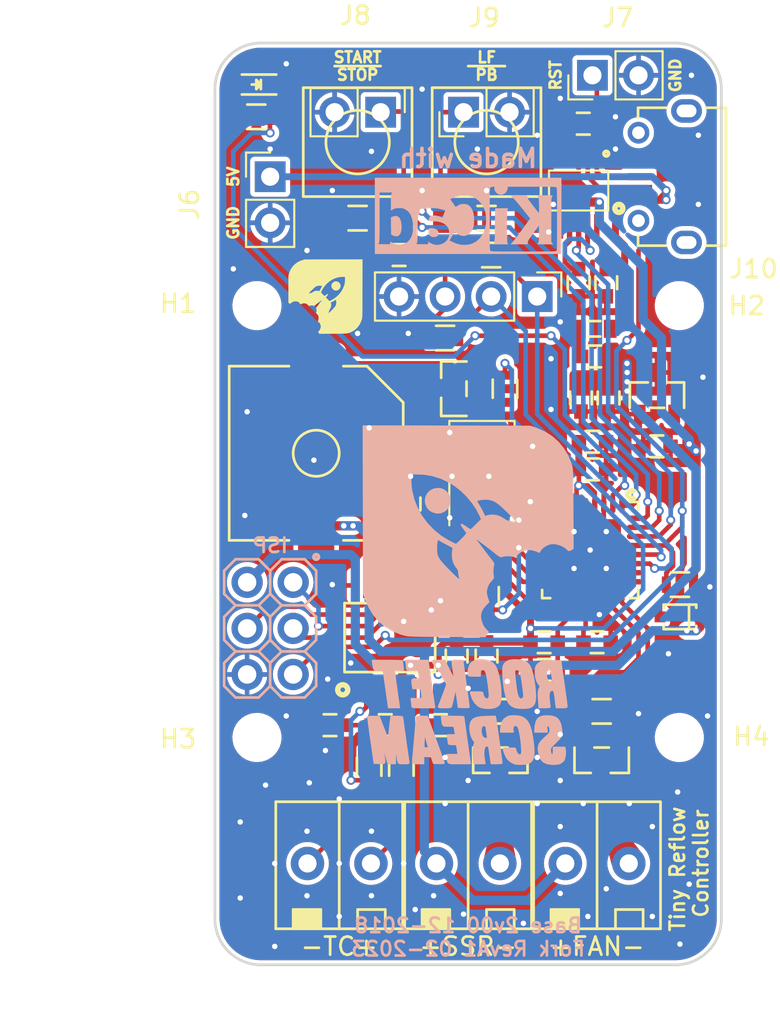
<source format=kicad_pcb>
(kicad_pcb (version 20221018) (generator pcbnew)
  (layers (0 "F.Cu" signal) (31 "B.Cu" signal) (34 "B.Paste" user) (35 "F.Paste" user) (36 "B.SilkS" user "B.Silkscreen") (37 "F.SilkS" user "F.Silkscreen") (38 "B.Mask" user) (39 "F.Mask" user) (44 "Edge.Cuts" user))
  (net 0 "")
  (net 3 "Net-(D1-Pad2)")
  (net 4 "Net-(J2-Pad2)")
  (net 5 "Net-(J3-Pad3)")
  (net 6 "Net-(LS1-Pad2)")
  (net 7 "Net-(C2-Pad1)")
  (net 8 "Net-(C1-Pad1)")
  (net 9 "Net-(Q2-Pad1)")
  (net 10 "Net-(Q1-Pad1)")
  (net 11 "Net-(C7-Pad1)")
  (net 12 "GND")
  (net 13 "/TC-")
  (net 14 "3V3")
  (net 15 "/D12")
  (net 16 "/RST")
  (net 17 "/TC+")
  (net 18 "VUSB")
  (net 19 "/D2")
  (net 20 "/D13")
  (net 21 "/D3")
  (net 22 "/D4")
  (net 23 "/D5")
  (net 24 "/D6")
  (net 25 "/D9")
  (net 26 "/D10")
  (net 27 "/D11")
  (net 28 "/D0")
  (net 29 "/D1")
  (net 30 "5V0")
  (net 31 "Net-(J3-Pad2)")
  (net 37 "Net-(C14-Pad1)")
  (net 40 "Net-(F1-Pad2)")
  (net 41 "Net-(C15-Pad1)")
  (net 42 "Net-(C16-Pad1)")
  (net 43 "/D7")
  (net 44 "/D8")
  (net 45 "Net-(C17-Pad1)")
  (net 46 "/A6")
  (net 47 "AREF")
  (net 48 "/A7")
  (net 49 "/A0")
  (net 50 "/A1")
  (net 51 "/A2")
  (net 52 "/A3")
  (net 53 "/SDA")
  (net 54 "/SCL")
  (net 55 "Net-(J5-Pad2)")
  (net 56 "Net-(Q3-Pad1)")
  (footprint "RocketScreamKiCadLib:TSSOP-14" (layer "F.Cu") (at 159.652 81.966 90)
    (fp_text reference "U3" hide)
    (fp_text value "MAX31856")
  )
  (footprint "RocketScreamKiCadLib:TB-1776275-2" (layer "F.Cu") (at 163.97 94.412 180)
    (fp_text reference "J2" hide)
    (fp_text value "TERMINAL-BLOCK-1x2")
  )
  (footprint "RocketScreamKiCadLib:TB-1776275-2" (layer "F.Cu") (at 156.858 94.412 180)
    (fp_text reference "J1" hide)
    (fp_text value "TERMINAL-BLOCK-1x2")
  )
  (footprint "RocketScreamKiCadLib:SOT-23" (layer "F.Cu") (at 165.748 88.824 180)
    (fp_text reference "Q2" hide)
    (fp_text value "2N3904")
  )
  (footprint "RocketScreamKiCadLib:SOT-23" (layer "F.Cu") (at 163.081 68.25 90)
    (fp_text reference "Q1" hide)
    (fp_text value "2N3904")
  )
  (footprint "RocketScreamKiCadLib:R_0603" (layer "F.Cu") (at 158.509 89.078 90)
    (fp_text reference "R2" hide)
    (fp_text value "100R")
  )
  (footprint "RocketScreamKiCadLib:R_0603" (layer "F.Cu") (at 164.986 79.68 -90)
    (fp_text reference "R10" hide)
    (fp_text value "10K")
  )
  (footprint "RocketScreamKiCadLib:R_0603" (layer "F.Cu") (at 175.654 79.045)
    (fp_text reference "R9" hide)
    (fp_text value "10K")
  )
  (footprint "RocketScreamKiCadLib:R_0603" (layer "F.Cu") (at 165.748 86.03)
    (fp_text reference "R8" hide)
    (fp_text value "53K6")
  )
  (footprint "RocketScreamKiCadLib:R_0603" (layer "F.Cu") (at 166.002 68.25 -90)
    (fp_text reference "R7" hide)
    (fp_text value "27K")
  )
  (footprint "RocketScreamKiCadLib:R_0603" (layer "F.Cu") (at 160.287 89.078 90)
    (fp_text reference "R3" hide)
    (fp_text value "100R")
  )
  (footprint "RocketScreamKiCadLib:R_0603" (layer "F.Cu") (at 157.874 58.852)
    (fp_text reference "R4" hide)
    (fp_text value "10K")
  )
  (footprint "RocketScreamKiCadLib:R_0603" (layer "F.Cu") (at 164.986 58.852 180)
    (fp_text reference "R5" hide)
    (fp_text value "10K")
  )
  (footprint "RocketScreamKiCadLib:MICRO-USB" (layer "F.Cu") (at 174.892 56.566 90)
    (fp_text reference "J3" hide)
    (fp_text value "MICRO-USB")
  )
  (footprint "RocketScreamKiCadLib:LOGO-ROCKET-SCREAM_Without_Text_XXXSmall" (layer "F.Cu") (at 156.096 63.17)
    (fp_text reference "LOGO1" hide)
    (fp_text value "LOGO-ROCKET-SCREAM" hide)
  )
  (footprint "RocketScreamKiCadLib:I_0603" (layer "F.Cu") (at 170.955 66.472)
    (fp_text reference "L1" hide)
    (fp_text value "BLM18KG221SN1D")
  )
  (footprint "RocketScreamKiCadLib:IT-1102W" (layer "F.Cu") (at 164.986 54.661 90)
    (fp_text reference "SW2" hide)
    (fp_text value "IT-1109S")
  )
  (footprint "RocketScreamKiCadLib:IT-1102W" (layer "F.Cu") (at 157.874 54.661 90)
    (fp_text reference "SW1" hide)
    (fp_text value "IT-1109S")
  )
  (footprint "RocketScreamKiCadLib:HYG9605B" (layer "F.Cu") (at 155.588 71.806 180)
    (fp_text reference "LS1" hide)
    (fp_text value "HYG9605B")
  )
  (footprint "RocketScreamKiCadLib:C_0603" (layer "F.Cu") (at 162.446 86.792)
    (fp_text reference "C2" hide)
    (fp_text value "10nF")
  )
  (footprint "RocketScreamKiCadLib:C_0603" (layer "F.Cu") (at 163.335 82.982 -90)
    (fp_text reference "C9" hide)
    (fp_text value "100nF")
  )
  (footprint "RocketScreamKiCadLib:C_0603" (layer "F.Cu") (at 163.335 79.68 -90)
    (fp_text reference "C8" hide)
    (fp_text value "100nF")
  )
  (footprint "RocketScreamKiCadLib:C_0603" (layer "F.Cu") (at 170.32 53.645)
    (fp_text reference "C7" hide)
    (fp_text value "100nF")
  )
  (footprint "RocketScreamKiCadLib:C_0603" (layer "F.Cu") (at 170.828 71.171)
    (fp_text reference "C6" hide)
    (fp_text value "100nF")
  )
  (footprint "RocketScreamKiCadLib:C_0603" (layer "F.Cu") (at 174.384 71.425 180)
    (fp_text reference "C5" hide)
    (fp_text value "10uF 16V X5R")
  )
  (footprint "RocketScreamKiCadLib:C_0603" (layer "F.Cu") (at 170.193 68.758 -90)
    (fp_text reference "C4" hide)
    (fp_text value "100nF")
  )
  (footprint "RocketScreamKiCadLib:C_0603" (layer "F.Cu") (at 159.398 86.792)
    (fp_text reference "C3" hide)
    (fp_text value "100nF")
  )
  (footprint "RocketScreamKiCadLib:C_0603" (layer "F.Cu") (at 156.35 86.792 180)
    (fp_text reference "C1" hide)
    (fp_text value "10nF")
  )
  (footprint "RocketScreamKiCadLib:SOD-323" (layer "F.Cu") (at 175.654 80.823 180)
    (fp_text reference "D3" hide)
    (fp_text value "1N4148WS")
  )
  (footprint "RocketScreamKiCadLib:R_0603" (layer "F.Cu") (at 165.24 60.884)
    (fp_text reference "R11" hide)
    (fp_text value "2K2")
  )
  (footprint "RocketScreamKiCadLib:R_0603" (layer "F.Cu") (at 162.7 65.456)
    (fp_text reference "R1" hide)
    (fp_text value "2K2")
  )
  (footprint "RocketScreamKiCadLib:QFN-32_5x5mm_Pitch0.5mm" (layer "F.Cu") (at 170.701 77.14 -90)
    (fp_text reference "U1" hide)
    (fp_text value "ATMEGA328P-MU")
  )
  (footprint "RocketScreamKiCadLib:MSOP-10" (layer "F.Cu") (at 170.066 57.328 180)
    (fp_text reference "U4" hide)
    (fp_text value "CH340E")
  )
  (footprint "RocketScreamKiCadLib:C_0603" (layer "F.Cu") (at 171.717 68.758 -90)
    (fp_text reference "C12" hide)
    (fp_text value "10uF 16V X5R")
  )
  (footprint "RocketScreamKiCadLib:C_0603" (layer "F.Cu") (at 170.066 62.408 -90)
    (fp_text reference "C13" hide)
    (fp_text value "100nF")
  )
  (footprint "RocketScreamKiCadLib:C_0603" (layer "F.Cu") (at 171.59 62.408 -90)
    (fp_text reference "C14" hide)
    (fp_text value "100nF")
  )
  (footprint "RocketScreamKiCadLib:MF-FSMF" (layer "F.Cu") (at 170.955 64.948 180)
    (fp_text reference "F1" hide)
    (fp_text value "FUSE")
  )
  (footprint "RocketScreamKiCadLib:I_0603" (layer "F.Cu") (at 168.161 82.22 180)
    (fp_text reference "L2" hide)
    (fp_text value "LBMF1608T100K")
  )
  (footprint "RocketScreamKiCadLib:C_0603" (layer "F.Cu") (at 171.082 82.22)
    (fp_text reference "C18" hide)
    (fp_text value "100nF")
  )
  (footprint "RocketScreamKiCadLib:C_0603" (layer "F.Cu") (at 168.161 83.744 180)
    (fp_text reference "C17" hide)
    (fp_text value "100nF")
  )
  (footprint "RocketScreamKiCadLib:C_0603" (layer "F.Cu") (at 161.938 74.6 -90)
    (fp_text reference "C16" hide)
    (fp_text value "10pF")
  )
  (footprint "RocketScreamKiCadLib:C_0603" (layer "F.Cu") (at 161.938 71.425 90)
    (fp_text reference "C15" hide)
    (fp_text value "10pF")
  )
  (footprint "RocketScreamKiCadLib:C_0603" (layer "F.Cu") (at 170.828 72.695)
    (fp_text reference "C11" hide)
    (fp_text value "100nF")
  )
  (footprint "RocketScreamKiCadLib:C_0603" (layer "F.Cu") (at 164.986 82.982 90)
    (fp_text reference "C10" hide)
    (fp_text value "10uF 16V X5R")
  )
  (footprint "RocketScreamKiCadLib:TB-1776275-2" (layer "F.Cu") (at 171.082 94.412 180)
    (fp_text reference "J5" hide)
    (fp_text value "TERMINAL-BLOCK-1x2")
  )
  (footprint "RocketScreamKiCadLib:SOT-23" (layer "F.Cu") (at 171.336 88.824 180)
    (fp_text reference "Q3" hide)
    (fp_text value "2N3904")
  )
  (footprint "RocketScreamKiCadLib:R_0603" (layer "F.Cu") (at 171.336 86.03)
    (fp_text reference "R12" hide)
    (fp_text value "53K6")
  )
  (footprint "RocketScreamKiCadLib:LED_0603" (layer "F.Cu") (at 152.286 51.486 180)
    (fp_text reference "D1" hide)
    (fp_text value "Red")
  )
  (footprint "RocketScreamKiCadLib:R_0603" (layer "F.Cu") (at 152.286 53.264)
    (fp_text reference "R6" hide)
    (fp_text value "2K2")
  )
  (footprint "RocketScreamKiCadLib:C_0603" (layer "F.Cu") (at 160.16 60.884 180)
    (fp_text reference "C19" hide)
    (fp_text value "100nF")
  )
  (footprint "RocketScreamKiCadLib:SOT-23" (layer "F.Cu") (at 174.384 68.504)
    (fp_text reference "U2" hide)
    (fp_text value "MCP1700T-3302E-TT")
  )
  (footprint "Connector_PinHeader_2.54mm:PinHeader_1x02_P2.54mm_Vertical" (layer "F.Cu") (at 163.716 53.01 90)
    (fp_text reference "J9")
    (fp_text value "1x2")
  )
  (footprint "Connector_PinHeader_2.54mm:PinHeader_1x02_P2.54mm_Vertical" (layer "F.Cu") (at 170.828 50.978 90)
    (fp_text reference "J7")
    (fp_text value "1x2")
  )
  (footprint "Connector_PinHeader_2.54mm:PinHeader_1x02_P2.54mm_Vertical" (layer "F.Cu") (at 159.144 53.01 -90)
    (fp_text reference "J8")
    (fp_text value "1x2")
  )
  (footprint "Crystal:Crystal_SMD_5032-2Pin_5.0x3.2mm" (layer "F.Cu") (at 164.732 73.076 -90)
    (fp_text reference "Y1")
    (fp_text value "NX3225GD")
  )
  (footprint "MountingHole:MountingHole_2.2mm_M2" (layer "F.Cu") (at 152.32 63.67)
    (fp_text reference "H1")
    (fp_text value "M2")
  )
  (footprint "MountingHole:MountingHole_2.2mm_M2" (layer "F.Cu") (at 175.62 63.67)
    (fp_text reference "H2")
    (fp_text value "M2")
  )
  (footprint "Connector_PinHeader_2.54mm:PinHeader_1x02_P2.54mm_Vertical" (layer "F.Cu") (at 153.048 56.566)
    (fp_text reference "J6")
    (fp_text value "1x2")
  )
  (footprint "Connector_PinHeader_2.54mm:PinHeader_1x04_P2.54mm_Vertical" (layer "F.Cu") (at 167.78 63.17 -90)
    (fp_text reference "J10")
    (fp_text value "Conn_01x04")
  )
  (footprint "MountingHole:MountingHole_2.2mm_M2" (layer "F.Cu") (at 175.62 87.47)
    (fp_text reference "H4")
    (fp_text value "M2")
  )
  (footprint "MountingHole:MountingHole_2.2mm_M2" (layer "F.Cu") (at 152.32 87.47)
    (fp_text reference "H3")
    (fp_text value "M2")
  )
  (footprint "RocketScreamKiCadLib:HDR_2x3_Pitch2.54mm" (layer "B.Cu") (at 153.048 81.458 -90)
    (fp_text reference "J4" hide)
    (fp_text value "2.54mm 2x3")
  )
  (footprint "RocketScreamKiCadLib:LOGO-KICAD_XSmall" (layer "B.Cu") (at 163.97 58.725 180)
    (fp_text reference "LOGO2" hide)
    (fp_text value "LOGO-KICAD" hide)
  )
  (footprint "RocketScreamKiCadLib:LOGO-ROCKET-SCREAM_Vertical_Small" (layer "B.Cu") (at 163.97 79.934 180)
    (fp_text reference "LOGO3" hide)
    (fp_text value "LOGO-ROCKET-SCREAM" hide)
  )
  (gr_circle (center 155.588 77.521) (end 155.461 77.521) (stroke (width 0.2)) (fill none) (layer "B.SilkS"))
  (gr_line (start 163.97 50.47) (end 166.002 50.47) (stroke (width 0.15)) (layer "F.SilkS"))
  (gr_line (start 156.604 50.47) (end 159.144 50.47) (stroke (width 0.15)) (layer "F.SilkS"))
  (gr_line (start 177.94 51.74) (end 177.94 97.46) (stroke (width 0.15)) (layer "Edge.Cuts"))
  (gr_arc (start 177.94 97.46) (mid 177.196051 99.256051) (end 175.4 100) (stroke (width 0.15)) (layer "Edge.Cuts"))
  (gr_arc (start 150 51.74) (mid 150.743949 49.943949) (end 152.54 49.2) (stroke (width 0.15)) (layer "Edge.Cuts"))
  (gr_line (start 152.54 49.2) (end 175.4 49.2) (stroke (width 0.15)) (layer "Edge.Cuts"))
  (gr_arc (start 175.4 49.2) (mid 177.196051 49.943949) (end 177.94 51.74) (stroke (width 0.15)) (layer "Edge.Cuts"))
  (gr_line (start 150 51.74) (end 150 97.46) (stroke (width 0.15)) (layer "Edge.Cuts"))
  (gr_arc (start 152.54 100) (mid 150.743949 99.256051) (end 150 97.46) (stroke (width 0.15)) (layer "Edge.Cuts"))
  (gr_line (start 152.54 100) (end 175.4 100) (stroke (width 0.15)) (layer "Edge.Cuts"))
  (gr_text "ISP" (at 153.048 76.886) (layer "B.SilkS") (effects (font (size 0.8 0.8)) (justify mirror)))
  (gr_text "Base 2v00 12-2018\nFork RevA1 02-2023" (at 163.97 98.476) (layer "B.SilkS") (effects (font (size 0.8 0.8)) (justify mirror)))
  (gr_text "Made with" (at 163.97 55.55) (layer "B.SilkS") (effects (font (size 1 1) (thickness 0.2)) (justify mirror)))
  (gr_text "-TC+" (at 156.858 98.984) (layer "F.SilkS") (effects (font (size 1 1))))
  (gr_text "START\nSTOP" (at 157.874 50.47) (layer "F.SilkS") (effects (font (size 0.6 0.6))))
  (gr_text "LF\nPB" (at 164.986 50.47) (layer "F.SilkS") (effects (font (size 0.6 0.6))))
  (gr_text "+SSR-" (at 163.97 98.984) (layer "F.SilkS") (effects (font (size 1 1))))
  (gr_text "Tiny Reflow \nController" (at 176.162 94.412 90) (layer "F.SilkS") (effects (font (size 0.8 0.8))))
  (gr_text "+FAN-" (at 171.082 98.984) (layer "F.SilkS") (effects (font (size 1 1))))
  (gr_text "GND" (at 151.016 59.106 90) (layer "F.SilkS") (effects (font (size 0.6 0.6))))
  (gr_text "5V" (at 151.016 56.566 90) (layer "F.SilkS") (effects (font (size 0.6 0.6))))
  (gr_text "RST" (at 168.796 50.978 90) (layer "F.SilkS") (effects (font (size 0.6 0.6))))
  (gr_text "GND" (at 175.4 50.978 90) (layer "F.SilkS") (effects (font (size 0.6 0.6))))
  (segment (start 151.5367 51.486) (end 151.5367 53.2633) (width 0.254) (layer "F.Cu") (net 3))
  (segment (start 151.5367 53.2633) (end 151.536 53.264) (width 0.254) (layer "F.Cu") (net 3))
  (segment (start 173.442 56.566) (end 171.336 56.566) (width 0.254) (layer "F.Cu") (net 5))
  (segment (start 171.066 56.296) (end 171.336 56.566) (width 0.254) (layer "F.Cu") (net 5))
  (segment (start 171.336 56.566) (end 171.097001 56.327001) (width 0.254) (layer "F.Cu") (net 5))
  (segment (start 171.066 55.353) (end 171.066 56.296) (width 0.254) (layer "F.Cu") (net 5))
  (segment (start 160.148 86.792) (end 160.148 88.189) (width 0.254) (layer "F.Cu") (net 7))
  (segment (start 159.652 84.841) (end 159.652 85.776) (width 0.254) (layer "F.Cu") (net 7))
  (segment (start 160.148 86.272) (end 160.148 86.792) (width 0.254) (layer "F.Cu") (net 7))
  (segment (start 160.148 88.189) (end 160.287 88.328) (width 0.254) (layer "F.Cu") (net 7))
  (segment (start 159.652 85.776) (end 160.148 86.272) (width 0.254) (layer "F.Cu") (net 7))
  (segment (start 160.148 86.792) (end 161.696 86.792) (width 0.254) (layer "F.Cu") (net 7))
  (segment (start 158.648 86.792) (end 158.648 88.189) (width 0.254) (layer "F.Cu") (net 8))
  (segment (start 159.002 85.918) (end 158.648 86.272) (width 0.254) (layer "F.Cu") (net 8))
  (segment (start 158.648 86.272) (end 158.648 86.792) (width 0.254) (layer "F.Cu") (net 8))
  (segment (start 157.1 86.792) (end 158.648 86.792) (width 0.254) (layer "F.Cu") (net 8))
  (segment (start 159.002 84.841) (end 159.002 85.918) (width 0.254) (layer "F.Cu") (net 8))
  (segment (start 158.648 88.189) (end 158.509 88.328) (width 0.254) (layer "F.Cu") (net 8))
  (segment (start 166.698 86.853) (end 166.698 87.674) (width 0.254) (layer "F.Cu") (net 9))
  (segment (start 166.498 86.03) (end 166.498 86.653) (width 0.254) (layer "F.Cu") (net 9))
  (segment (start 166.498 86.653) (end 166.698 86.853) (width 0.254) (layer "F.Cu") (net 9))
  (segment (start 164.231 69.2) (end 165.052 69.2) (width 0.254) (layer "F.Cu") (net 10))
  (segment (start 165.052 69.2) (end 165.252 69) (width 0.254) (layer "F.Cu") (net 10))
  (segment (start 165.252 69) (end 166.002 69) (width 0.254) (layer "F.Cu") (net 10))
  (segment (start 169.57 53.772) (end 169.57 55.349) (width 0.254) (layer "F.Cu") (net 11))
  (segment (start 169.57 55.349) (end 169.566 55.353) (width 0.254) (layer "F.Cu") (net 11))
  (segment (start 169.424 87.674) (end 169.05 87.3) (width 0.254) (layer "F.Cu") (net 12))
  (segment (start 171.451 74.689999) (end 171.451 76.39) (width 0.254) (layer "F.Cu") (net 12))
  (segment (start 171.578 73.469) (end 171.578 72.568) (width 0.254) (layer "F.Cu") (net 12))
  (segment (start 171.451 76.39) (end 170.701 77.14) (width 0.254) (layer "F.Cu") (net 12))
  (segment (start 170.386 87.674) (end 169.424 87.674) (width 0.254) (layer "F.Cu") (net 12))
  (segment (start 170.701 77.14) (end 170.701 77.013) (width 0.254) (layer "F.Cu") (net 12))
  (segment (start 170.701 77.013) (end 171.59 76.124) (width 0.254) (layer "F.Cu") (net 12))
  (segment (start 170.951 79.59) (end 170.951 80.438) (width 0.254) (layer "F.Cu") (net 12))
  (segment (start 171.451 73.596) (end 171.578 73.469) (width 0.254) (layer "F.Cu") (net 12))
  (segment (start 170.066 55.353) (end 170.066 56.439) (width 0.254) (layer "F.Cu") (net 12))
  (segment (start 170.451 74.69) (end 170.451 76.89) (width 0.254) (layer "F.Cu") (net 12))
  (segment (start 171.451 74.689999) (end 171.451 73.596) (width 0.254) (layer "F.Cu") (net 12))
  (segment (start 170.951 77.39) (end 170.701 77.14) (width 0.254) (layer "F.Cu") (net 12))
  (segment (start 170.951 79.59) (end 170.951 77.39) (width 0.254) (layer "F.Cu") (net 12))
  (segment (start 170.951 80.438) (end 171.209 80.696) (width 0.254) (layer "F.Cu") (net 12))
  (via (at 169.812 78.156) (size 0.5) (drill 0.3) (layers "F.Cu" "B.Cu") (net 12))
  (via (at 169.812 76.124) (size 0.5) (drill 0.3) (layers "F.Cu" "B.Cu") (net 12))
  (via (at 171.59 76.124) (size 0.5) (drill 0.3) (layers "F.Cu" "B.Cu") (net 12))
  (via (at 171.59 78.156) (size 0.5) (drill 0.3) (layers "F.Cu" "B.Cu") (net 12))
  (via (at 163.081 73.076) (size 0.5) (drill 0.3) (layers "F.Cu" "B.Cu") (net 12))
  (via (at 160.414 81.077) (size 0.5) (drill 0.3) (layers "F.Cu" "B.Cu") (net 12))
  (via (at 169.05 89.84) (size 0.5) (drill 0.3) (layers "F.Cu" "B.Cu") (net 12))
  (via (at 160.414 94.412) (size 0.5) (drill 0.3) (layers "F.Cu" "B.Cu") (net 12))
  (via (at 153.937 50.343) (size 0.5) (drill 0.3) (layers "F.Cu" "B.Cu") (net 12))
  (via (at 155.08 60.63) (size 0.5) (drill 0.3) (layers "F.Cu" "B.Cu") (net 12))
  (via (at 175.654 98.857) (size 0.5) (drill 0.3) (layers "F.Cu" "B.Cu") (net 12))
  (via (at 162.954 75.362) (size 0.5) (drill 0.3) (layers "F.Cu" "B.Cu") (net 12))
  (via (at 156.858 94.412) (size 0.5) (drill 0.3) (layers "F.Cu" "B.Cu") (net 12))
  (via (at 172.098 55.042) (size 0.5) (drill 0.3) (layers "F.Cu" "B.Cu") (net 12))
  (via (at 171.59 95.809) (size 0.5) (drill 0.3) (layers "F.Cu" "B.Cu") (net 12))
  (via (at 162.7 88.57) (size 0.5) (drill 0.3) (layers "F.Cu" "B.Cu") (net 12))
  (via (at 176.924 67.615) (size 0.5) (drill 0.3) (layers "F.Cu" "B.Cu") (net 12))
  (via (at 157.493 83.363) (size 0.5) (drill 0.3) (layers "F.Cu" "B.Cu") (net 12))
  (via (at 176.162 95.555) (size 0.5) (drill 0.3) (layers "F.Cu" "B.Cu") (net 12))
  (via (at 156.858 97.333) (size 0.5) (drill 0.3) (layers "F.Cu" "B.Cu") (net 12))
  (via (at 177.178 86.284) (size 0.5) (drill 0.3) (layers "F.Cu" "B.Cu") (net 12))
  (via (at 173.368 86.157) (size 0.5) (drill 0.3) (layers "F.Cu" "B.Cu") (net 12))
  (via (at 165.113 73.076) (size 0.5) (drill 0.3) (layers "F.Cu" "B.Cu") (net 12))
  (via (at 167.78 86.03) (size 0.5) (drill 0.3) (layers "F.Cu" "B.Cu") (net 12))
  (via (at 169.05 96.063) (size 0.5) (drill 0.3) (layers "F.Cu" "B.Cu") (net 12))
  (via (at 157.874 65.202) (size 0.5) (drill 0.3) (layers "F.Cu" "B.Cu") (net 12))
  (via (at 164.986 57.328) (size 0.5) (drill 0.3) (layers "F.Cu" "B.Cu") (net 12))
  (via (at 167.526 71.425) (size 0.5) (drill 0.3) (layers "F.Cu" "B.Cu") (net 12))
  (via (at 169.05 52.248) (size 0.5) (drill 0.3) (layers "F.Cu" "B.Cu") (net 12))
  (via (at 151.651 75.235) (size 0.5) (drill 0.3) (layers "F.Cu" "B.Cu") (net 12))
  (via (at 175.019 82.855) (size 0.5) (drill 0.3) (layers "F.Cu" "B.Cu") (net 12))
  (via (at 162.7 91.11) (size 0.5) (drill 0.3) (layers "F.Cu" "B.Cu") (net 12))
  (via (at 153.302 98.984) (size 0.5) (drill 0.3) (layers "F.Cu" "B.Cu") (net 12))
  (via (at 158.636 55.169) (size 0.5) (drill 0.3) (layers "F.Cu" "B.Cu") (net 12))
  (via (at 163.97 89.84) (size 0.5) (drill 0.3) (layers "F.Cu" "B.Cu") (net 12))
  (via (at 168.542 69.393) (size 0.5) (drill 0.3) (layers "F.Cu" "B.Cu") (net 12))
  (via (at 160.795 73.076) (size 0.5) (drill 0.3) (layers "F.Cu" "B.Cu") (net 12))
  (via (at 171.209 80.696) (size 0.5) (drill 0.3) (layers "F.Cu" "B.Cu") (net 12))
  (via (at 155.207 89.967) (size 0.5) (drill 0.3) (layers "F.Cu" "B.Cu") (net 12))
  (via (at 156.223 84.252) (size 0.5) (drill 0.3) (layers "F.Cu" "B.Cu") (net 12))
  (via (at 167.399 74.473) (size 0.5) (drill 0.3) (layers "F.Cu" "B.Cu") (net 12))
  (via (at 162.954 70.663) (size 0.5) (drill 0.3) (layers "F.Cu" "B.Cu") (net 12))
  (via (at 169.05 87.3) (size 0.5) (drill 0.3) (layers "F.Cu" "B.Cu") (net 12))
  (via (at 153.048 55.042) (size 0.5) (drill 0.3) (layers "F.Cu" "B.Cu") (net 12))
  (via (at 169.05 64.567) (size 0.5) (drill 0.3) (layers "F.Cu" "B.Cu") (net 12))
  (via (at 161.43 51.74) (size 0.5) (drill 0.3) (layers "F.Cu" "B.Cu") (net 12))
  (via (at 168.415 59.614) (size 0.5) (drill 0.3) (layers "F.Cu" "B.Cu") (net 12))
  (via (at 163.97 84.76) (size 0.5) (drill 0.3) (layers "F.Cu" "B.Cu") (net 12))
  (via (at 175.527 90.475) (size 0.5) (drill 0.3) (layers "F.Cu" "B.Cu") (net 12))
  (via (at 155.08 92.634) (size 0.5) (drill 0.3) (layers "F.Cu" "B.Cu") (net 12))
  (via (at 153.937 86.284) (size 0.5) (drill 0.3) (layers "F.Cu" "B.Cu") (net 12))
  (via (at 162.446 79.934) (size 0.5) (drill 0.3) (layers "F.Cu" "B.Cu") (net 12))
  (via (at 151.397 92.126) (size 0.5) (drill 0.3) (layers "F.Cu" "B.Cu") (net 12))
  (via (at 167.78 54.28) (size 0.5) (drill 0.3) (layers "F.Cu" "B.Cu") (net 12))
  (via (at 170.701 77.14) (size 0.5) (drill 0.3) (layers "F.Cu" "B.Cu") (net 12))
  (via (at 156.477 79.045) (size 0.5) (drill 0.3) (layers "F.Cu" "B.Cu") (net 12))
  (via (at 156.096 88.189) (size 0.5) (drill 0.3) (layers "F.Cu" "B.Cu") (net 12))
  (via (at 174.13 92.38) (size 0.5) (drill 0.3) (layers "F.Cu" "B.Cu") (net 12))
  (via (at 151.778 69.52) (size 0.5) (drill 0.3) (layers "F.Cu" "B.Cu") (net 12))
  (via (at 162.065 96.19) (size 0.5) (drill 0.3) (layers "F.Cu" "B.Cu") (net 12))
  (via (at 172.86 91.11) (size 0.5) (drill 0.3) (layers "F.Cu" "B.Cu") (net 12))
  (via (at 158.636 96.19) (size 0.5) (drill 0.3) (layers "F.Cu" "B.Cu") (net 12))
  (via (at 163.716 97.206) (size 0.5) (drill 0.3) (layers "F.Cu" "B.Cu") (net 12))
  (via (at 153.302 94.412) (size 0.5) (drill 0.3) (layers "F.Cu" "B.Cu") (net 12))
  (via (at 174.13 97.333) (size 0.5) (drill 0.3) (layers "F.Cu" "B.Cu") (net 12))
  (via (at 172.098 53.264) (size 0.5) (drill 0.3) (layers "F.Cu" "B.Cu") (net 12))
  (via (at 170.32 91.11) (size 0.5) (drill 0.3) (layers "F.Cu" "B.Cu") (net 12))
  (via (at 170.574 97.333) (size 0.5) (drill 0.3) (layers "F.Cu" "B.Cu") (net 12))
  (via (at 161.43 57.328) (size 0.5) (drill 0.3) (layers "F.Cu" "B.Cu") (net 12))
  (via (at 167.018 97.714) (size 0.5) (drill 0.3) (layers "F.Cu" "B.Cu") (net 12))
  (via (at 176.67 58.09) (size 0.5) (drill 0.3) (layers "F.Cu" "B.Cu") (net 12))
  (via (at 161.938 80.442) (size 0.5) (drill 0.3) (layers "F.Cu" "B.Cu") (net 12))
  (via (at 160.668 65.202) (size 0.5) (drill 0.3) (layers "F.Cu" "B.Cu") (net 12))
  (via (at 176.289 50.978) (size 0.5) (drill 0.3) (layers "F.Cu" "B.Cu") (net 12))
  (via (at 151.397 96.317) (size 0.5) (drill 0.3) (layers "F.Cu" "B.Cu") (net 12))
  (via (at 155.461 72.187) (size 0.5) (drill 0.3) (layers "F.Cu" "B.Cu") (net 12))
  (via (at 156.858 90.856) (size 0.5) (drill 0.3) (layers "F.Cu" "B.Cu") (net 12))
  (via (at 151.016 61.646) (size 0.5) (drill 0.3) (layers "F.Cu" "B.Cu") (net 12))
  (via (at 156.477 57.328) (size 0.5) (drill 0.3) (layers "F.Cu" "B.Cu") (net 12))
  (via (at 176.67 54.28) (size 0.5) (drill 0.3) (layers "F.Cu" "B.Cu") (net 12))
  (via (at 161.049 96.952) (size 0.5) (drill 0.3) (layers "F.Cu" "B.Cu") (net 12))
  (via (at 152.794 90.094) (size 0.5) (drill 0.3) (layers "F.Cu" "B.Cu") (net 12))
  (via (at 158.636 92.634) (size 0.5) (drill 0.3) (layers "F.Cu" "B.Cu") (net 12))
  (via (at 166.129 84.379) (size 0.5) (drill 0.3) (layers "F.Cu" "B.Cu") (net 12))
  (via (at 158.509 70.409) (size 0.5) (drill 0.3) (layers "F.Cu" "B.Cu") (net 12))
  (via (at 168.542 66.599) (size 0.5) (drill 0.3) (layers "F.Cu" "B.Cu") (net 12))
  (via (at 164.478 55.042) (size 0.5) (drill 0.3) (layers "F.Cu" "B.Cu") (net 12))
  (via (at 169.05 92.38) (size 0.5) (drill 0.3) (layers "F.Cu" "B.Cu") (net 12))
  (via (at 155.08 96.19) (size 0.5) (drill 0.3) (layers "F.Cu" "B.Cu") (net 12))
  (via (at 177.305 79.172) (size 0.5) (drill 0.3) (layers "F.Cu" "B.Cu") (net 12))
  (via (at 167.78 88.57) (size 0.5) (drill 0.3) (layers "F.Cu" "B.Cu") (net 12))
  (via (at 167.78 91.11) (size 0.5) (drill 0.3) (layers "F.Cu" "B.Cu") (net 12))
  (via (at 168.669 58.09) (size 0.5) (drill 0.3) (layers "F.Cu" "B.Cu") (net 12))
  (segment (start 158.509 91.011) (end 155.108 94.412) (width 0.254) (layer "F.Cu") (net 13))
  (segment (start 158.509 89.828) (end 158.509 91.011) (width 0.254) (layer "F.Cu") (net 13))
  (segment (start 158.352 84.841) (end 158.352 85.806) (width 0.254) (layer "F.Cu") (net 13))
  (segment (start 158.509 89.828) (end 157.505 89.828) (width 0.254) (layer "F.Cu") (net 13))
  (segment (start 158.352 85.806) (end 158.128 86.03) (width 0.254) (layer "F.Cu") (net 13))
  (segment (start 158.128 86.03) (end 158.001 86.03) (width 0.254) (layer "F.Cu") (net 13))
  (via (at 157.505 89.828) (size 0.5) (drill 0.3) (layers "F.Cu" "B.Cu") (net 13))
  (via (at 158.001 86.03) (size 0.5) (drill 0.3) (layers "F.Cu" "B.Cu") (net 13))
  (segment (start 157.505 86.526) (end 158.001 86.03) (width 0.254) (layer "B.Cu") (net 13))
  (segment (start 157.505 89.828) (end 157.505 86.526) (width 0.254) (layer "B.Cu") (net 13))
  (segment (start 165.506 78.93) (end 167.411 80.835) (width 0.381) (layer "F.Cu") (net 14))
  (segment (start 165.621 59.868) (end 165.736 59.753) (width 0.254) (layer "F.Cu") (net 14))
  (segment (start 162.319 83.49) (end 162.319 83.998) (width 0.381) (layer "F.Cu") (net 14))
  (segment (start 176.404 79.795) (end 176.404 79.045) (width 0.508) (layer "F.Cu") (net 14))
  (segment (start 176.543 81.585) (end 176.754 81.374) (width 0.508) (layer "F.Cu") (net 14))
  (segment (start 171.209 57.963) (end 169.558 57.963) (width 0.508) (layer "F.Cu") (net 14))
  (segment (start 163.335 78.93) (end 164.986 78.93) (width 0.381) (layer "F.Cu") (net 14))
  (segment (start 169.566 59.303) (end 169.566 60.122) (width 0.254) (layer "F.Cu") (net 14))
  (segment (start 160.668 59.995) (end 160.91 60.237) (width 0.254) (layer "F.Cu") (net 14))
  (segment (start 160.91 60.237) (end 160.91 60.884) (width 0.254) (layer "F.Cu") (net 14))
  (segment (start 169.951 73.699) (end 170.066 73.584) (width 0.254) (layer "F.Cu") (net 14))
  (segment (start 170.066 73.584) (end 170.574 73.584) (width 0.254) (layer "F.Cu") (net 14))
  (segment (start 169.558 57.963) (end 169.558 59.295) (width 0.254) (layer "F.Cu") (net 14))
  (segment (start 161.95 64.555) (end 161.95 65.456) (width 0.254) (layer "F.Cu") (net 14))
  (segment (start 170.078 73.572) (end 170.066 73.584) (width 0.254) (layer "F.Cu") (net 14))
  (segment (start 160.91 61.634) (end 161.096 61.82) (width 0.254) (layer "F.Cu") (net 14))
  (segment (start 167.411 82.22) (end 164.998 82.22) (width 0.381) (layer "F.Cu") (net 14))
  (segment (start 157.493 59.995) (end 160.668 59.995) (width 0.254) (layer "F.Cu") (net 14))
  (segment (start 160.302 83.983) (end 160.302 84.841) (width 0.381) (layer "F.Cu") (net 14))
  (segment (start 176.169 69.654) (end 176.543 70.028) (width 0.381) (layer "F.Cu") (net 14))
  (segment (start 170.078 72.695) (end 170.078 73.572) (width 0.254) (layer "F.Cu") (net 14))
  (segment (start 162.319 82.601) (end 162.319 83.998) (width 0.381) (layer "F.Cu") (net 14))
  (segment (start 167.411 80.835) (end 167.411 81.458) (width 0.381) (layer "F.Cu") (net 14))
  (segment (start 176.754 80.145) (end 176.404 79.795) (width 0.508) (layer "F.Cu") (net 14))
  (segment (start 167.78 56.947) (end 168.542 56.947) (width 0.254) (layer "F.Cu") (net 14))
  (segment (start 176.543 70.663) (end 176.543 78.156) (width 0.508) (layer "F.Cu") (net 14))
  (segment (start 176.162 71.044) (end 176.543 70.663) (width 0.381) (layer "F.Cu") (net 14))
  (segment (start 176.543 81.585) (end 176.035 81.585) (width 0.508) (layer "F.Cu") (net 14))
  (segment (start 160.795 83.49) (end 162.319 83.49) (width 0.381) (layer "F.Cu") (net 14))
  (segment (start 164.49 61.634) (end 164.49 60.884) (width 0.254) (layer "F.Cu") (net 14))
  (segment (start 162.7 61.82) (end 162.7 63.805) (width 0.254) (layer "F.Cu") (net 14))
  (segment (start 169.558 59.295) (end 169.566 59.303) (width 0.254) (layer "F.Cu") (net 14))
  (segment (start 160.795 83.49) (end 160.302 83.983) (width 0.381) (layer "F.Cu") (net 14))
  (segment (start 165.736 58.852) (end 165.736 57.848) (width 0.254) (layer "F.Cu") (net 14))
  (segment (start 165.736 57.848) (end 166.637 56.947) (width 0.254) (layer "F.Cu") (net 14))
  (segment (start 176.754 81.374) (end 176.754 80.145) (width 0.508) (layer "F.Cu") (net 14))
  (segment (start 170.078 71.044) (end 170.078 72.568) (width 0.381) (layer "F.Cu") (net 14))
  (segment (start 164.986 82.232) (end 163.335 82.232) (width 0.381) (layer "F.Cu") (net 14))
  (segment (start 161.096 61.82) (end 162.7 61.82) (width 0.254) (layer "F.Cu") (net 14))
  (segment (start 164.49 60.884) (end 164.49 60.11) (width 0.254) (layer "F.Cu") (net 14))
  (segment (start 160.91 60.884) (end 160.91 61.634) (width 0.254) (layer "F.Cu") (net 14))
  (segment (start 157.124 59.626) (end 157.493 59.995) (width 0.254) (layer "F.Cu") (net 14))
  (segment (start 175.334 69.654) (end 176.169 69.654) (width 0.381) (layer "F.Cu") (net 14))
  (segment (start 176.404 78.295) (end 176.543 78.156) (width 0.508) (layer "F.Cu") (net 14))
  (segment (start 162.434 78.93) (end 163.335 78.93) (width 0.381) (layer "F.Cu") (net 14))
  (segment (start 163.335 82.232) (end 162.688 82.232) (width 0.381) (layer "F.Cu") (net 14))
  (segment (start 162.7 63.805) (end 161.95 64.555) (width 0.254) (layer "F.Cu") (net 14))
  (segment (start 164.49 60.11) (end 164.732 59.868) (width 0.254) (layer "F.Cu") (net 14))
  (segment (start 169.304 61.265) (end 169.697 61.658) (width 0.254) (layer "F.Cu") (net 14))
  (segment (start 162.7 61.82) (end 164.304 61.82) (width 0.254) (layer "F.Cu") (net 14))
  (segment (start 166.637 56.947) (end 167.78 56.947) (width 0.254) (layer "F.Cu") (net 14))
  (segment (start 169.566 60.122) (end 169.304 60.384) (width 0.254) (layer "F.Cu") (net 14))
  (segment (start 167.411 81.458) (end 167.411 82.22) (width 0.381) (layer "F.Cu") (net 14))
  (segment (start 176.162 71.298) (end 176.162 71.044) (width 0.381) (layer "F.Cu") (net 14))
  (segment (start 164.986 78.93) (end 165.506 78.93) (width 0.381) (layer "F.Cu") (net 14))
  (segment (start 170.574 73.584) (end 170.951 73.961) (width 0.254) (layer "F.Cu") (net 14))
  (segment (start 162.273 79.091) (end 162.434 78.93) (width 0.381) (layer "F.Cu") (net 14))
  (segment (start 170.951 73.961) (end 170.951 74.69) (width 0.254) (layer "F.Cu") (net 14))
  (segment (start 157.124 58.852) (end 157.124 59.626) (width 0.254) (layer "F.Cu") (net 14))
  (segment (start 169.951 74.689999) (end 169.951 73.699) (width 0.254) (layer "F.Cu") (net 14))
  (segment (start 164.998 82.22) (end 164.986 82.232) (width 0.381) (layer "F.Cu") (net 14))
  (segment (start 176.543 70.028) (end 176.543 70.663) (width 0.381) (layer "F.Cu") (net 14))
  (segment (start 165.736 59.753) (end 165.736 58.852) (width 0.254) (layer "F.Cu") (net 14))
  (segment (start 161.602 79.091) (end 162.273 79.091) (width 0.381) (layer "F.Cu") (net 14))
  (segment (start 169.304 60.384) (end 169.304 61.265) (width 0.254) (layer "F.Cu") (net 14))
  (segment (start 169.697 61.658) (end 170.066 61.658) (width 0.254) (layer "F.Cu") (net 14))
  (segment (start 162.688 82.232) (end 162.319 82.601) (width 0.381) (layer "F.Cu") (net 14))
  (segment (start 168.542 56.947) (end 169.558 57.963) (width 0.254) (layer "F.Cu") (net 14))
  (segment (start 164.304 61.82) (end 164.49 61.634) (width 0.254) (layer "F.Cu") (net 14))
  (segment (start 164.732 59.868) (end 165.621 59.868) (width 0.254) (layer "F.Cu") (net 14))
  (segment (start 176.404 79.045) (end 176.404 78.295) (width 0.508) (layer "F.Cu") (net 14))
  (via (at 176.543 81.585) (size 0.5) (drill 0.3) (layers "F.Cu" "B.Cu") (net 14))
  (via (at 167.411 81.458) (size 0.5) (drill 0.3) (layers "F.Cu" "B.Cu") (net 14))
  (via (at 171.209 57.963) (size 0.5) (drill 0.3) (layers "F.Cu" "B.Cu") (net 14))
  (via (at 170.066 73.584) (size 0.5) (drill 0.3) (layers "F.Cu" "B.Cu") (net 14))
  (via (at 160.795 83.49) (size 0.5) (drill 0.3) (layers "F.Cu" "B.Cu") (net 14))
  (via (at 176.543 71.679) (size 0.5) (drill 0.3) (layers "F.Cu" "B.Cu") (net 14))
  (via (at 176.162 71.298) (size 0.5) (drill 0.3) (layers "F.Cu" "B.Cu") (net 14))
  (via (at 162.319 83.998) (size 0.5) (drill 0.3) (layers "F.Cu" "B.Cu") (net 14))
  (via (at 162.319 83.49) (size 0.5) (drill 0.3) (layers "F.Cu" "B.Cu") (net 14))
  (via (at 176.035 81.585) (size 0.5) (drill 0.3) (layers "F.Cu" "B.Cu") (net 14))
  (segment (start 162.319 83.998) (end 162.319 83.49) (width 0.508) (layer "B.Cu") (net 14))
  (segment (start 176.543 81.585) (end 174.13 81.585) (width 0.508) (layer "B.Cu") (net 14))
  (segment (start 174.638 69.52) (end 176.162 71.044) (width 0.508) (layer "B.Cu") (net 14))
  (segment (start 170.32 73.584) (end 173.622 76.886) (width 0.254) (layer "B.Cu") (net 14))
  (segment (start 173.622 76.886) (end 173.622 79.299) (width 0.254) (layer "B.Cu") (net 14))
  (segment (start 157.493 77.394) (end 153.302 77.394) (width 0.508) (layer "B.Cu") (net 14))
  (segment (start 158.89 83.49) (end 157.747 82.347) (width 0.508) (layer "B.Cu") (net 14))
  (segment (start 173.622 64.44) (end 174.638 65.456) (width 0.508) (layer "B.Cu") (net 14))
  (segment (start 173.622 79.299) (end 171.463 81.458) (width 0.254) (layer "B.Cu") (net 14))
  (segment (start 173.622 61.519) (end 173.622 64.44) (width 0.508) (layer "B.Cu") (net 14))
  (segment (start 160.795 83.49) (end 158.89 83.49) (width 0.508) (layer "B.Cu") (net 14))
  (segment (start 153.302 77.394) (end 151.778 78.918) (width 0.508) (layer "B.Cu") (net 14))
  (segment (start 171.463 81.458) (end 167.411 81.458) (width 0.254) (layer "B.Cu") (net 14))
  (segment (start 170.066 73.584) (end 170.32 73.584) (width 0.254) (layer "B.Cu") (net 14))
  (segment (start 172.225 83.49) (end 172.098 83.49) (width 0.508) (layer "B.Cu") (net 14))
  (segment (start 157.747 82.347) (end 157.747 77.648) (width 0.508) (layer "B.Cu") (net 14))
  (segment (start 171.209 59.106) (end 173.622 61.519) (width 0.508) (layer "B.Cu") (net 14))
  (segment (start 171.209 57.963) (end 171.209 59.106) (width 0.508) (layer "B.Cu") (net 14))
  (segment (start 172.098 83.49) (end 162.319 83.49) (width 0.508) (layer "B.Cu") (net 14))
  (segment (start 176.162 71.044) (end 176.162 71.298) (width 0.508) (layer "B.Cu") (net 14))
  (segment (start 174.13 81.585) (end 172.225 83.49) (width 0.508) (layer "B.Cu") (net 14))
  (segment (start 176.162 71.298) (end 176.543 71.679) (width 0.508) (layer "B.Cu") (net 14))
  (segment (start 174.638 65.456) (end 174.638 69.52) (width 0.508) (layer "B.Cu") (net 14))
  (segment (start 157.747 77.648) (end 157.493 77.394) (width 0.508) (layer "B.Cu") (net 14))
  (segment (start 160.16 77.521) (end 159.652 78.029) (width 0.254) (layer "F.Cu") (net 15))
  (segment (start 159.652 80.045) (end 158.366012 81.330988) (width 0.254) (layer "F.Cu") (net 15))
  (segment (start 167.87 78.889999) (end 167.653 78.889999) (width 0.254) (layer "F.Cu") (net 15))
  (segment (start 165.621 77.521) (end 160.16 77.521) (width 0.254) (layer "F.Cu") (net 15))
  (segment (start 158.366012 81.330988) (end 156.068553 81.330988) (width 0.254) (layer "F.Cu") (net 15))
  (segment (start 159.652 78.029) (end 159.652 79.091) (width 0.254) (layer "F.Cu") (net 15))
  (segment (start 167.653 78.889999) (end 166.989999 78.889999) (width 0.254) (layer "F.Cu") (net 15))
  (segment (start 168.251 78.889999) (end 167.653 78.889999) (width 0.254) (layer "F.Cu") (net 15))
  (segment (start 156.068553 81.330988) (end 155.715 81.330988) (width 0.254) (layer "F.Cu") (net 15))
  (segment (start 166.989999 78.889999) (end 165.621 77.521) (width 0.254) (layer "F.Cu") (net 15))
  (segment (start 159.652 79.091) (end 159.652 80.045) (width 0.254) (layer "F.Cu") (net 15))
  (via (at 155.715 81.330988) (size 0.5) (drill 0.3) (layers "F.Cu" "B.Cu") (net 15))
  (segment (start 155.715 80.315) (end 155.715 80.977435) (width 0.254) (layer "B.Cu") (net 15))
  (segment (start 154.318 78.918) (end 155.715 80.315) (width 0.254) (layer "B.Cu") (net 15))
  (segment (start 155.715 80.977435) (end 155.715 81.330988) (width 0.254) (layer "B.Cu") (net 15))
  (segment (start 159.398 81.839) (end 158.763 82.474) (width 0.254) (layer "F.Cu") (net 16))
  (segment (start 173.622 52.629) (end 171.082 52.629) (width 0.254) (layer "F.Cu") (net 16))
  (segment (start 174.896 76.89) (end 174.507 76.89) (width 0.254) (layer "F.Cu") (net 16))
  (segment (start 175.781 74.981) (end 175.781 75.87) (width 0.254) (layer "F.Cu") (net 16))
  (segment (start 172.733 65.583) (end 173.368 64.948) (width 0.254) (layer "F.Cu") (net 16))
  (segment (start 171.07 51.22) (end 171.07 52.641) (width 0.254) (layer "F.Cu") (net 16))
  (segment (start 174.904 79.668) (end 174.554 80.018) (width 0.254) (layer "F.Cu") (net 16))
  (segment (start 175.273 77.267) (end 174.896 76.89) (width 0.254) (layer "F.Cu") (net 16))
  (segment (start 174.761 76.89) (end 174.507 76.89) (width 0.254) (layer "F.Cu") (net 16))
  (segment (start 174.507 76.89) (end 173.151 76.89) (width 0.254) (layer "F.Cu") (net 16))
  (segment (start 174.554 80.018) (end 174.554 80.823) (width 0.254) (layer "F.Cu") (net 16))
  (segment (start 175.527 58.471) (end 175.527 54.534) (width 0.254) (layer "F.Cu") (net 16))
  (segment (start 170.828 50.978) (end 171.07 51.22) (width 0.254) (layer "F.Cu") (net 16))
  (segment (start 173.368 60.63) (end 175.527 58.471) (width 0.254) (layer "F.Cu") (net 16))
  (segment (start 174.904 78.398) (end 175.273 78.029) (width 0.254) (layer "F.Cu") (net 16))
  (segment (start 173.368 64.948) (end 173.368 60.63) (width 0.254) (layer "F.Cu") (net 16))
  (segment (start 158.763 82.474) (end 155.842 82.474) (width 0.254) (layer "F.Cu") (net 16))
  (segment (start 175.273 78.029) (end 175.273 77.267) (width 0.254) (layer "F.Cu") (net 16))
  (segment (start 155.842 82.474) (end 154.318 83.998) (width 0.254) (layer "F.Cu") (net 16))
  (segment (start 174.904 79.045) (end 174.904 79.668) (width 0.254) (layer "F.Cu") (net 16))
  (segment (start 171.07 53.645) (end 171.07 52.641) (width 0.254) (layer "F.Cu") (net 16))
  (segment (start 175.781 75.87) (end 174.761 76.89) (width 0.254) (layer "F.Cu") (net 16))
  (segment (start 171.082 52.629) (end 171.07 52.641) (width 0.254) (layer "F.Cu") (net 16))
  (segment (start 175.527 54.534) (end 173.622 52.629) (width 0.254) (layer "F.Cu") (net 16))
  (segment (start 174.904 79.045) (end 174.904 78.398) (width 0.254) (layer "F.Cu") (net 16))
  (via (at 172.733 65.583) (size 0.5) (drill 0.3) (layers "F.Cu" "B.Cu") (net 16))
  (via (at 159.398 81.839) (size 0.5) (drill 0.3) (layers "F.Cu" "B.Cu") (net 16))
  (via (at 175.781 74.981) (size 0.5) (drill 0.3) (layers "F.Cu" "B.Cu") (net 16))
  (segment (start 172.1528 69.1938) (end 175.781 72.822) (width 0.254) (layer "B.Cu") (net 16))
  (segment (start 172.733 65.583) (end 172.1528 66.1632) (width 0.254) (layer "B.Cu") (net 16))
  (segment (start 159.652 82.093) (end 159.398 81.839) (width 0.254) (layer "B.Cu") (net 16))
  (segment (start 175.781 72.822) (end 175.781 74.981) (width 0.254) (layer "B.Cu") (net 16))
  (segment (start 175.781 74.981) (end 175.781 78.029) (width 0.254) (layer "B.Cu") (net 16))
  (segment (start 171.717 82.093) (end 159.652 82.093) (width 0.254) (layer "B.Cu") (net 16))
  (segment (start 172.1528 66.1632) (end 172.1528 69.1938) (width 0.254) (layer "B.Cu") (net 16))
  (segment (start 175.781 78.029) (end 171.717 82.093) (width 0.254) (layer "B.Cu") (net 16))
  (segment (start 160.287 89.828) (end 160.287 92.733) (width 0.254) (layer "F.Cu") (net 17))
  (segment (start 160.287 92.733) (end 158.608 94.412) (width 0.254) (layer "F.Cu") (net 17))
  (segment (start 172.098 58.09) (end 172.098 59.868) (width 0.381) (layer "F.Cu") (net 18))
  (segment (start 172.606 60.376) (end 172.606 64.694) (width 0.381) (layer "F.Cu") (net 18))
  (segment (start 174.481 57.866) (end 174.892 57.455) (width 0.381) (layer "F.Cu") (net 18))
  (segment (start 172.322 57.866) (end 172.098 58.09) (width 0.381) (layer "F.Cu") (net 18))
  (segment (start 174.481 57.866) (end 174.862 57.866) (width 0.381) (layer "F.Cu") (net 18))
  (segment (start 174.892 57.455) (end 174.892 57.328) (width 0.381) (layer "F.Cu") (net 18))
  (segment (start 173.442 57.866) (end 172.322 57.866) (width 0.381) (layer "F.Cu") (net 18))
  (segment (start 174.862 57.866) (end 174.892 57.836) (width 0.381) (layer "F.Cu") (net 18))
  (segment (start 172.352 64.948) (end 171.805 64.948) (width 0.381) (layer "F.Cu") (net 18))
  (segment (start 174.481 57.866) (end 173.442 57.866) (width 0.381) (layer "F.Cu") (net 18))
  (segment (start 172.606 64.694) (end 172.352 64.948) (width 0.381) (layer "F.Cu") (net 18))
  (segment (start 172.098 59.868) (end 172.606 60.376) (width 0.381) (layer "F.Cu") (net 18))
  (via (at 174.892 57.328) (size 0.5) (drill 0.3) (layers "F.Cu" "B.Cu") (net 18))
  (via (at 174.892 57.836) (size 0.5) (drill 0.3) (layers "F.Cu" "B.Cu") (net 18))
  (segment (start 153.048 56.566) (end 174.003 56.566) (width 0.381) (layer "B.Cu") (net 18))
  (segment (start 174.13 56.566) (end 174.892 57.328) (width 0.381) (layer "B.Cu") (net 18))
  (segment (start 174.892 57.328) (end 174.892 57.836) (width 0.381) (layer "B.Cu") (net 18))
  (segment (start 162.446 50.751) (end 162.736 50.461) (width 0.254) (layer "F.Cu") (net 19))
  (segment (start 173.876 75.235) (end 173.720999 75.390001) (width 0.254) (layer "F.Cu") (net 19))
  (segment (start 162.446 53.01) (end 162.446 50.751) (width 0.254) (layer "F.Cu") (net 19))
  (segment (start 173.720999 75.390001) (end 173.151 75.390001) (width 0.254) (layer "F.Cu") (net 19))
  (segment (start 162.745 58.852) (end 162.736 58.861) (width 0.254) (layer "F.Cu") (net 19))
  (segment (start 163.716 53.01) (end 162.446 53.01) (width 0.254) (layer "F.Cu") (net 19))
  (segment (start 162.736 58.861) (end 161.82 58.861) (width 0.254) (layer "F.Cu") (net 19))
  (segment (start 162.446 53.01) (end 162.446 58.571) (width 0.254) (layer "F.Cu") (net 19))
  (segment (start 161.82 58.861) (end 161.43 58.471) (width 0.254) (layer "F.Cu") (net 19))
  (segment (start 173.876 74.473) (end 173.876 75.235) (width 0.254) (layer "F.Cu") (net 19))
  (segment (start 162.446 58.571) (end 162.736 58.861) (width 0.254) (layer "F.Cu") (net 19))
  (segment (start 164.236 58.852) (end 162.745 58.852) (width 0.254) (layer "F.Cu") (net 19))
  (via (at 161.43 58.471) (size 0.5) (drill 0.3) (layers "F.Cu" "B.Cu") (net 19))
  (via (at 173.876 74.473) (size 0.5) (drill 0.3) (layers "F.Cu" "B.Cu") (net 19))
  (segment (start 173.876 72.972156) (end 173.876 74.473) (width 0.254) (layer "B.Cu") (net 19))
  (segment (start 161.43 58.471) (end 161.811 58.852) (width 0.254) (layer "B.Cu") (net 19))
  (segment (start 161.811 58.852) (end 166.51 58.852) (width 0.254) (layer "B.Cu") (net 19))
  (segment (start 170.7812 63.1232) (end 170.7812 69.877356) (width 0.254) (layer "B.Cu") (net 19))
  (segment (start 166.51 58.852) (end 170.7812 63.1232) (width 0.254) (layer "B.Cu") (net 19))
  (segment (start 170.7812 69.877356) (end 173.876 72.972156) (width 0.254) (layer "B.Cu") (net 19))
  (segment (start 160.302 80.046) (end 160.302 79.091) (width 0.254) (layer "F.Cu") (net 20))
  (segment (start 154.318 81.458) (end 154.826 81.966) (width 0.254) (layer "F.Cu") (net 20))
  (segment (start 160.538663 78.031337) (end 160.302 78.268) (width 0.254) (layer "F.Cu") (net 20))
  (segment (start 160.302 78.268) (end 160.302 79.091) (width 0.254) (layer "F.Cu") (net 20))
  (segment (start 168.951001 79.59) (end 168.951001 80.159999) (width 0.254) (layer "F.Cu") (net 20))
  (segment (start 168.951001 80.159999) (end 168.669 80.442) (width 0.254) (layer "F.Cu") (net 20))
  (segment (start 154.826 81.966) (end 158.382 81.966) (width 0.254) (layer "F.Cu") (net 20))
  (segment (start 158.382 81.966) (end 160.302 80.046) (width 0.254) (layer "F.Cu") (net 20))
  (segment (start 167.78 80.442) (end 165.369337 78.031337) (width 0.254) (layer "F.Cu") (net 20))
  (segment (start 168.669 80.442) (end 167.78 80.442) (width 0.254) (layer "F.Cu") (net 20))
  (segment (start 165.369337 78.031337) (end 160.538663 78.031337) (width 0.254) (layer "F.Cu") (net 20))
  (segment (start 160.414 52.974) (end 160.124 52.974) (width 0.254) (layer "F.Cu") (net 21))
  (segment (start 160.414 58.571) (end 160.124 58.861) (width 0.254) (layer "F.Cu") (net 21))
  (segment (start 160.115 58.852) (end 160.124 58.861) (width 0.254) (layer "F.Cu") (net 21))
  (segment (start 160.414 50.751) (end 160.414 52.974) (width 0.254) (layer "F.Cu") (net 21))
  (segment (start 160.124 50.461) (end 160.414 50.751) (width 0.254) (layer "F.Cu") (net 21))
  (segment (start 161.43 59.36) (end 160.931 58.861) (width 0.254) (layer "F.Cu") (net 21))
  (segment (start 160.931 58.861) (end 160.124 58.861) (width 0.254) (layer "F.Cu") (net 21))
  (segment (start 160.414 52.974) (end 160.414 58.571) (width 0.254) (layer "F.Cu") (net 21))
  (segment (start 158.624 58.852) (end 160.115 58.852) (width 0.254) (layer "F.Cu") (net 21))
  (segment (start 173.241 74.092) (end 173.241 74.473) (width 0.254) (layer "F.Cu") (net 21))
  (segment (start 159.144 53.01) (end 159.18 52.974) (width 0.254) (layer "F.Cu") (net 21))
  (segment (start 173.241 74.473) (end 173.024 74.69) (width 0.254) (layer "F.Cu") (net 21))
  (segment (start 173.024 74.69) (end 172.450999 74.69) (width 0.254) (layer "F.Cu") (net 21))
  (segment (start 159.18 52.974) (end 160.124 52.974) (width 0.254) (layer "F.Cu") (net 21))
  (via (at 173.241 74.092) (size 0.5) (drill 0.3) (layers "F.Cu" "B.Cu") (net 21))
  (via (at 161.43 59.36) (size 0.5) (drill 0.3) (layers "F.Cu" "B.Cu") (net 21))
  (segment (start 170.324 63.428) (end 170.324 70.066734) (width 0.254) (layer "B.Cu") (net 21))
  (segment (start 161.43 59.36) (end 166.256 59.36) (width 0.254) (layer "B.Cu") (net 21))
  (segment (start 173.241 72.983734) (end 173.241 74.092) (width 0.254) (layer "B.Cu") (net 21))
  (segment (start 166.256 59.36) (end 170.324 63.428) (width 0.254) (layer "B.Cu") (net 21))
  (segment (start 170.324 70.066734) (end 173.241 72.983734) (width 0.254) (layer "B.Cu") (net 21))
  (segment (start 172.479 73.584) (end 171.951 74.112) (width 0.254) (layer "F.Cu") (net 22))
  (segment (start 171.951 74.112) (end 171.951 74.69) (width 0.254) (layer "F.Cu") (net 22))
  (segment (start 172.606 73.584) (end 172.479 73.584) (width 0.254) (layer "F.Cu") (net 22))
  (segment (start 164.351 65.329) (end 168.542 65.329) (width 0.254) (layer "F.Cu") (net 22))
  (segment (start 153.048 54.153) (end 153.036 54.141) (width 0.254) (layer "F.Cu") (net 22))
  (segment (start 153.036 54.141) (end 153.036 53.264) (width 0.254) (layer "F.Cu") (net 22))
  (via (at 153.048 54.153) (size 0.5) (drill 0.3) (layers "F.Cu" "B.Cu") (net 22))
  (via (at 172.606 73.584) (size 0.5) (drill 0.3) (layers "F.Cu" "B.Cu") (net 22))
  (via (at 168.542 65.329) (size 0.5) (drill 0.3) (layers "F.Cu" "B.Cu") (net 22))
  (via (at 164.351 65.329) (size 0.5) (drill 0.3) (layers "F.Cu" "B.Cu") (net 22))
  (segment (start 169.304 69.693312) (end 172.606 72.995312) (width 0.254) (layer "B.Cu") (net 22))
  (segment (start 172.606 72.995312) (end 172.606 73.584) (width 0.254) (layer "B.Cu") (net 22))
  (segment (start 151.016 55.169) (end 152.032 54.153) (width 0.254) (layer "B.Cu") (net 22))
  (segment (start 151.016 59.36) (end 151.016 55.169) (width 0.254) (layer "B.Cu") (net 22))
  (segment (start 164.351 65.329) (end 163.208 66.472) (width 0.254) (layer "B.Cu") (net 22))
  (segment (start 163.208 66.472) (end 158.128 66.472) (width 0.254) (layer "B.Cu") (net 22))
  (segment (start 152.032 54.153) (end 153.048 54.153) (width 0.254) (layer "B.Cu") (net 22))
  (segment (start 169.304 66.091) (end 169.304 69.693312) (width 0.254) (layer "B.Cu") (net 22))
  (segment (start 168.542 65.329) (end 169.304 66.091) (width 0.254) (layer "B.Cu") (net 22))
  (segment (start 158.128 66.472) (end 151.016 59.36) (width 0.254) (layer "B.Cu") (net 22))
  (segment (start 166.002 66.853) (end 166.002 67.5) (width 0.254) (layer "F.Cu") (net 23))
  (segment (start 166.862999 75.390001) (end 168.251 75.390001) (width 0.254) (layer "F.Cu") (net 23))
  (segment (start 166.764 75.489) (end 166.862999 75.390001) (width 0.254) (layer "F.Cu") (net 23))
  (via (at 166.002 66.853) (size 0.5) (drill 0.3) (layers "F.Cu" "B.Cu") (net 23))
  (via (at 166.764 75.489) (size 0.5) (drill 0.3) (layers "F.Cu" "B.Cu") (net 23))
  (segment (start 166.383 67.234) (end 166.002 66.853) (width 0.254) (layer "B.Cu") (net 23))
  (segment (start 166.383 69.901) (end 166.383 67.234) (width 0.254) (layer "B.Cu") (net 23))
  (segment (start 166.764 70.282) (end 166.383 69.901) (width 0.254) (layer "B.Cu") (net 23))
  (segment (start 166.764 75.489) (end 166.764 70.282) (width 0.254) (layer "B.Cu") (net 23))
  (segment (start 167.399 76.770906) (end 167.399 77.009) (width 0.254) (layer "F.Cu") (net 25))
  (segment (start 167.006094 76.378) (end 166.51 76.378) (width 0.254) (layer "F.Cu") (net 25))
  (segment (start 159.652 76.505) (end 158.352 77.805) (width 0.254) (layer "F.Cu") (net 25))
  (segment (start 166.51 76.378) (end 166.383 76.505) (width 0.254) (layer "F.Cu") (net 25))
  (segment (start 166.383 76.505) (end 159.652 76.505) (width 0.254) (layer "F.Cu") (net 25))
  (segment (start 167.399 76.770906) (end 167.006094 76.378) (width 0.254) (layer "F.Cu") (net 25))
  (segment (start 168.251 77.39) (end 167.78 77.39) (width 0.254) (layer "F.Cu") (net 25))
  (segment (start 158.352 77.805) (end 158.352 79.091) (width 0.254) (layer "F.Cu") (net 25))
  (segment (start 167.399 77.009) (end 167.78 77.39) (width 0.254) (layer "F.Cu") (net 25))
  (segment (start 164.986 80.95) (end 164.986 80.43) (width 0.254) (layer "F.Cu") (net 26))
  (segment (start 161.557 81.204) (end 160.952 80.599) (width 0.254) (layer "F.Cu") (net 26))
  (segment (start 167.653 77.89) (end 167.514 77.89) (width 0.254) (layer "F.Cu") (net 26))
  (segment (start 164.097 81.204) (end 161.557 81.204) (width 0.254) (layer "F.Cu") (net 26))
  (segment (start 165.863 80.43) (end 164.986 80.43) (width 0.254) (layer "F.Cu") (net 26))
  (segment (start 160.952 80.599) (end 160.952 79.091) (width 0.254) (layer "F.Cu") (net 26))
  (segment (start 168.250999 77.89) (end 167.653 77.89) (width 0.254) (layer "F.Cu") (net 26))
  (segment (start 167.869999 77.89) (end 167.653 77.89) (width 0.254) (layer "F.Cu") (net 26))
  (segment (start 164.732 81.204) (end 164.986 80.95) (width 0.254) (layer "F.Cu") (net 26))
  (segment (start 165.875 80.442) (end 165.863 80.43) (width 0.254) (layer "F.Cu") (net 26))
  (segment (start 166.764 77.14) (end 166.764 77.013) (width 0.254) (layer "F.Cu") (net 26))
  (segment (start 164.097 81.204) (end 164.732 81.204) (width 0.254) (layer "F.Cu") (net 26))
  (segment (start 167.514 77.89) (end 166.764 77.14) (width 0.254) (layer "F.Cu") (net 26))
  (via (at 166.764 77.013) (size 0.5) (drill 0.3) (layers "F.Cu" "B.Cu") (net 26))
  (via (at 165.875 80.442) (size 0.5) (drill 0.3) (layers "F.Cu" "B.Cu") (net 26))
  (segment (start 166.764 79.553) (end 166.764 77.013) (width 0.254) (layer "B.Cu") (net 26))
  (segment (start 165.875 80.442) (end 166.764 79.553) (width 0.254) (layer "B.Cu") (net 26))
  (segment (start 159.002 79.091) (end 159.002 80.045) (width 0.254) (layer "F.Cu") (net 27))
  (segment (start 168.251 78.39) (end 167.78 78.39) (width 0.254) (layer "F.Cu") (net 27))
  (segment (start 165.875 77.013) (end 159.906 77.013) (width 0.254) (layer "F.Cu") (net 27))
  (segment (start 159.002 80.045) (end 158.351 80.696) (width 0.254) (layer "F.Cu") (net 27))
  (segment (start 152.971801 80.264199) (end 151.778 81.458) (width 0.254) (layer "F.Cu") (net 27))
  (segment (start 167.87 78.39) (end 167.78 78.39) (width 0.254) (layer "F.Cu") (net 27))
  (segment (start 167.78 78.39) (end 167.252 78.39) (width 0.254) (layer "F.Cu") (net 27))
  (segment (start 154.891025 80.264199) (end 152.971801 80.264199) (width 0.254) (layer "F.Cu") (net 27))
  (segment (start 158.351 80.696) (end 155.322826 80.696) (width 0.254) (layer "F.Cu") (net 27))
  (segment (start 167.252 78.39) (end 165.875 77.013) (width 0.254) (layer "F.Cu") (net 27))
  (segment (start 159.906 77.013) (end 159.002 77.917) (width 0.254) (layer "F.Cu") (net 27))
  (segment (start 159.002 77.917) (end 159.002 79.091) (width 0.254) (layer "F.Cu") (net 27))
  (segment (start 155.322826 80.696) (end 154.891025 80.264199) (width 0.254) (layer "F.Cu") (net 27))
  (segment (start 170.066 60.340434) (end 170.066 60.503) (width 0.254) (layer "F.Cu") (net 28))
  (segment (start 175.146 75.489) (end 175.146 75.743) (width 0.254) (layer "F.Cu") (net 28))
  (segment (start 175.146 75.743) (end 174.499 76.39) (width 0.254) (layer "F.Cu") (net 28))
  (segment (start 170.066 60.340434) (end 170.066 59.303) (width 0.254) (layer "F.Cu") (net 28))
  (segment (start 174.499 76.39) (end 173.151001 76.39) (width 0.254) (layer "F.Cu") (net 28))
  (segment (start 170.066 60.503) (end 169.939 60.63) (width 0.254) (layer "F.Cu") (net 28))
  (via (at 169.939 60.63) (size 0.5) (drill 0.3) (layers "F.Cu" "B.Cu") (net 28))
  (via (at 175.146 75.489) (size 0.5) (drill 0.3) (layers "F.Cu" "B.Cu") (net 28))
  (segment (start 171.6956 69.4986) (end 171.6956 62.5136) (width 0.254) (layer "B.Cu") (net 28))
  (segment (start 171.6956 62.5136) (end 169.939 60.757) (width 0.254) (layer "B.Cu") (net 28))
  (segment (start 169.939 60.757) (end 169.939 60.63) (width 0.254) (layer "B.Cu") (net 28))
  (segment (start 175.146 72.949) (end 171.6956 69.4986) (width 0.254) (layer "B.Cu") (net 28))
  (segment (start 175.146 75.489) (end 175.146 72.949) (width 0.254) (layer "B.Cu") (net 28))
  (segment (start 170.566 59.303) (end 170.566 60.495) (width 0.254) (layer "F.Cu") (net 29))
  (segment (start 174.511 75.489) (end 174.11 75.89) (width 0.254) (layer "F.Cu") (net 29))
  (segment (start 174.511 74.981) (end 174.511 75.489) (width 0.254) (layer "F.Cu") (net 29))
  (segment (start 174.11 75.89) (end 173.151 75.89) (width 0.254) (layer "F.Cu") (net 29))
  (segment (start 170.566 60.495) (end 170.701 60.63) (width 0.254) (layer "F.Cu") (net 29))
  (via (at 170.701 60.63) (size 0.5) (drill 0.3) (layers "F.Cu" "B.Cu") (net 29))
  (via (at 174.511 74.981) (size 0.5) (drill 0.3) (layers "F.Cu" "B.Cu") (net 29))
  (segment (start 170.193 59.995) (end 170.701 60.503) (width 0.254) (layer "B.Cu") (net 29))
  (segment (start 170.701 60.503) (end 170.701 60.63) (width 0.254) (layer "B.Cu") (net 29))
  (segment (start 171.2384 62.8184) (end 169.304 60.884) (width 0.254) (layer "B.Cu") (net 29))
  (segment (start 169.558 59.995) (end 170.193 59.995) (width 0.254) (layer "B.Cu") (net 29))
  (segment (start 174.511 72.960578) (end 171.2384 69.687978) (width 0.254) (layer "B.Cu") (net 29))
  (segment (start 169.304 60.249) (end 169.558 59.995) (width 0.254) (layer "B.Cu") (net 29))
  (segment (start 169.304 60.884) (end 169.304 60.249) (width 0.254) (layer "B.Cu") (net 29))
  (segment (start 174.511 74.981) (end 174.511 72.960578) (width 0.254) (layer "B.Cu") (net 29))
  (segment (start 171.2384 69.687978) (end 171.2384 62.8184) (width 0.254) (layer "B.Cu") (net 29))
  (segment (start 174.384 67.354) (end 172.74 67.354) (width 0.381) (layer "F.Cu") (net 30))
  (segment (start 171.705 66.472) (end 171.705 67.996) (width 0.381) (layer "F.Cu") (net 30))
  (segment (start 171.705 67.996) (end 171.717 68.008) (width 0.381) (layer "F.Cu") (net 30))
  (segment (start 155.588 75.806) (end 157.62 75.806) (width 0.508) (layer "F.Cu") (net 30))
  (segment (start 170.193 68.008) (end 171.717 68.008) (width 0.381) (layer "F.Cu") (net 30))
  (via (at 172.74 67.869) (size 0.5) (drill 0.3) (layers "F.Cu" "B.Cu") (net 30))
  (via (at 172.74 68.377) (size 0.5) (drill 0.3) (layers "F.Cu" "B.Cu") (net 30))
  (via (at 157.112 75.806) (size 0.5) (drill 0.3) (layers "F.Cu" "B.Cu") (net 30))
  (via (at 172.74 67.354) (size 0.5) (drill 0.3) (layers "F.Cu" "B.Cu") (net 30))
  (via (at 157.62 75.806) (size 0.5) (drill 0.3) (layers "F.Cu" "B.Cu") (net 30))
  (via (at 172.733 66.853) (size 0.5) (drill 0.3) (layers "F.Cu" "B.Cu") (net 30))
  (segment (start 161.557 93.749) (end 162.22 94.412) (width 0.508) (layer "B.Cu") (net 30))
  (segment (start 158.509 76.378) (end 158.509 82.093) (width 0.508) (layer "B.Cu") (net 30))
  (segment (start 159.144 82.728) (end 161.557 82.728) (width 0.508) (layer "B.Cu") (net 30))
  (segment (start 158.509 82.093) (end 159.144 82.728) (width 0.508) (layer "B.Cu") (net 30))
  (segment (start 157.62 75.806) (end 157.937 75.806) (width 0.508) (layer "B.Cu") (net 30))
  (segment (start 176.543 78.156) (end 176.543 72.695) (width 0.508) (layer "B.Cu") (net 30))
  (segment (start 161.557 82.728) (end 171.971 82.728) (width 0.508) (layer "B.Cu") (net 30))
  (segment (start 172.74 67.354) (end 172.74 66.86) (width 0.508) (layer "B.Cu") (net 30))
  (segment (start 172.74 68.892) (end 172.74 68.377) (width 0.508) (layer "B.Cu") (net 30))
  (segment (start 172.74 67.869) (end 172.74 68.377) (width 0.508) (layer "B.Cu") (net 30))
  (segment (start 162.22 94.44) (end 164.224 96.444) (width 0.508) (layer "B.Cu") (net 30))
  (segment (start 172.74 66.86) (end 172.733 66.853) (width 0.381) (layer "B.Cu") (net 30))
  (segment (start 171.971 82.728) (end 176.543 78.156) (width 0.508) (layer "B.Cu") (net 30))
  (segment (start 162.22 94.412) (end 162.22 94.44) (width 0.381) (layer "B.Cu") (net 30))
  (segment (start 176.543 72.695) (end 172.74 68.892) (width 0.508) (layer "B.Cu") (net 30))
  (segment (start 172.74 67.354) (end 172.74 67.869) (width 0.508) (layer "B.Cu") (net 30))
  (segment (start 161.557 82.728) (end 161.557 93.749) (width 0.508) (layer "B.Cu") (net 30))
  (segment (start 167.3 96.444) (end 169.332 94.412) (width 0.508) (layer "B.Cu") (net 30))
  (segment (start 164.224 96.444) (end 167.3 96.444) (width 0.508) (layer "B.Cu") (net 30))
  (segment (start 157.112 75.806) (end 157.62 75.806) (width 0.508) (layer "B.Cu") (net 30))
  (segment (start 157.937 75.806) (end 158.509 76.378) (width 0.508) (layer "B.Cu") (net 30))
  (segment (start 171.224001 57.216001) (end 171.082 57.074) (width 0.254) (layer "F.Cu") (net 31))
  (segment (start 170.566 56.558) (end 171.082 57.074) (width 0.254) (layer "F.Cu") (net 31))
  (segment (start 173.442 57.216001) (end 171.224001 57.216001) (width 0.254) (layer "F.Cu") (net 31))
  (segment (start 170.566 55.353) (end 170.566 56.558) (width 0.254) (layer "F.Cu") (net 31))
  (segment (start 171.066 59.303) (end 171.066 60.109999) (width 0.254) (layer "F.Cu") (net 37))
  (segment (start 171.59 60.633999) (end 171.59 61.658) (width 0.254) (layer "F.Cu") (net 37))
  (segment (start 171.066 60.109999) (end 171.59 60.633999) (width 0.254) (layer "F.Cu") (net 37))
  (segment (start 170.105 64.948) (end 170.105 66.372) (width 0.381) (layer "F.Cu") (net 40))
  (segment (start 170.105 66.372) (end 170.205 66.472) (width 0.381) (layer "F.Cu") (net 40))
  (segment (start 166.51 72.949) (end 168.542 72.949) (width 0.254) (layer "F.Cu") (net 41))
  (segment (start 163.898 72.06) (end 164.732 71.226) (width 0.254) (layer "F.Cu") (net 41))
  (segment (start 161.938 72.175) (end 162.053 72.06) (width 0.254) (layer "F.Cu") (net 41))
  (segment (start 164.732 71.226) (end 164.787 71.226) (width 0.254) (layer "F.Cu") (net 41))
  (segment (start 162.053 72.06) (end 163.898 72.06) (width 0.254) (layer "F.Cu") (net 41))
  (segment (start 164.787 71.226) (end 166.51 72.949) (width 0.254) (layer "F.Cu") (net 41))
  (segment (start 169.451 73.858) (end 169.451 74.69) (width 0.254) (layer "F.Cu") (net 41))
  (segment (start 168.542 72.949) (end 169.451 73.858) (width 0.254) (layer "F.Cu") (net 41))
  (segment (start 161.938 73.85) (end 162.18 74.092) (width 0.254) (layer "F.Cu") (net 42))
  (segment (start 166.51 73.457) (end 168.288 73.457) (width 0.254) (layer "F.Cu") (net 42))
  (segment (start 163.898 74.092) (end 164.732 74.926) (width 0.254) (layer "F.Cu") (net 42))
  (segment (start 168.951 74.12) (end 168.951 74.690001) (width 0.254) (layer "F.Cu") (net 42))
  (segment (start 165.041 74.926) (end 166.51 73.457) (width 0.254) (layer "F.Cu") (net 42))
  (segment (start 164.732 74.926) (end 165.041 74.926) (width 0.254) (layer "F.Cu") (net 42))
  (segment (start 162.18 74.092) (end 163.898 74.092) (width 0.254) (layer "F.Cu") (net 42))
  (segment (start 168.288 73.457) (end 168.951 74.12) (width 0.254) (layer "F.Cu") (net 42))
  (segment (start 169.451 80.93) (end 168.911 81.47) (width 0.254) (layer "F.Cu") (net 45))
  (segment (start 169.451 79.59) (end 169.451 80.93) (width 0.254) (layer "F.Cu") (net 45))
  (segment (start 168.911 82.22) (end 168.911 83.744) (width 0.254) (layer "F.Cu") (net 45))
  (segment (start 168.911 81.47) (end 168.911 82.22) (width 0.254) (layer "F.Cu") (net 45))
  (segment (start 170.451 81.454) (end 170.332 81.573) (width 0.254) (layer "F.Cu") (net 47))
  (segment (start 170.332 82.22) (end 170.332 81.573) (width 0.254) (layer "F.Cu") (net 47))
  (segment (start 170.451 79.59) (end 170.451 81.454) (width 0.254) (layer "F.Cu") (net 47))
  (segment (start 172.606 83.871) (end 171.209 83.871) (width 0.254) (layer "F.Cu") (net 49))
  (segment (start 164.998 85.383) (end 164.998 86.03) (width 0.254) (layer "F.Cu") (net 49))
  (segment (start 171.209 83.871) (end 169.939 85.141) (width 0.254) (layer "F.Cu") (net 49))
  (segment (start 165.24 85.141) (end 164.998 85.383) (width 0.254) (layer "F.Cu") (net 49))
  (segment (start 173.368 83.109) (end 172.606 83.871) (width 0.254) (layer "F.Cu") (net 49))
  (segment (start 169.939 85.141) (end 165.24 85.141) (width 0.254) (layer "F.Cu") (net 49))
  (segment (start 171.951 80.295) (end 173.368 81.712) (width 0.254) (layer "F.Cu") (net 49))
  (segment (start 171.951 79.59) (end 171.951 80.295) (width 0.254) (layer "F.Cu") (net 49))
  (segment (start 173.368 81.712) (end 173.368 83.109) (width 0.254) (layer "F.Cu") (net 49))
  (segment (start 173.876 83.363) (end 172.86 84.379) (width 0.254) (layer "F.Cu") (net 50))
  (segment (start 170.586 85.256) (end 170.586 86.03) (width 0.254) (layer "F.Cu") (net 50))
  (segment (start 172.450999 79.59) (end 172.450999 80.032999) (width 0.254) (layer "F.Cu") (net 50))
  (segment (start 172.450999 80.032999) (end 173.876 81.458) (width 0.254) (layer "F.Cu") (net 50))
  (segment (start 171.463 84.379) (end 170.586 85.256) (width 0.254) (layer "F.Cu") (net 50))
  (segment (start 172.86 84.379) (end 171.463 84.379) (width 0.254) (layer "F.Cu") (net 50))
  (segment (start 173.876 81.458) (end 173.876 83.363) (width 0.254) (layer "F.Cu") (net 50))
  (segment (start 165.99 61.38) (end 165.99 60.884) (width 0.254) (layer "F.Cu") (net 53))
  (segment (start 174.257 78.156) (end 173.991 77.89) (width 0.254) (layer "F.Cu") (net 53))
  (segment (start 167.78 63.17) (end 165.99 61.38) (width 0.254) (layer "F.Cu") (net 53))
  (segment (start 173.991 77.89) (end 173.151001 77.89) (width 0.254) (layer "F.Cu") (net 53))
  (via (at 174.257 78.156) (size 0.5) (drill 0.3) (layers "F.Cu" "B.Cu") (net 53))
  (segment (start 167.78 69.647) (end 167.78 63.17) (width 0.254) (layer "B.Cu") (net 53))
  (segment (start 174.257 78.156) (end 174.892 78.156) (width 0.254) (layer "B.Cu") (net 53))
  (segment (start 174.892 78.156) (end 175.196791 77.851209) (width 0.254) (layer "B.Cu") (net 53))
  (segment (start 175.196791 77.063791) (end 167.78 69.647) (width 0.254) (layer "B.Cu") (net 53))
  (segment (start 175.196791 77.851209) (end 175.196791 77.063791) (width 0.254) (layer "B.Cu") (net 53))
  (segment (start 173.151 77.39) (end 174.48362 77.39) (width 0.254) (layer "F.Cu") (net 54))
  (segment (start 163.45 64.96) (end 165.24 63.17) (width 0.254) (layer "F.Cu") (net 54))
  (segment (start 163.45 65.456) (end 163.45 64.96) (width 0.254) (layer "F.Cu") (net 54))
  (segment (start 174.48362 77.39) (end 174.616581 77.522961) (width 0.254) (layer "F.Cu") (net 54))
  (via (at 174.616581 77.522961) (size 0.5) (drill 0.3) (layers "F.Cu" "B.Cu") (net 54))
  (segment (start 167.145 65.075) (end 165.24 63.17) (width 0.254) (layer "B.Cu") (net 54))
  (segment (start 174.616581 77.522961) (end 174.616581 77.14211) (width 0.254) (layer "B.Cu") (net 54))
  (segment (start 174.616581 77.14211) (end 167.145 69.670529) (width 0.254) (layer "B.Cu") (net 54))
  (segment (start 167.145 69.670529) (end 167.145 65.075) (width 0.254) (layer "B.Cu") (net 54))
  (segment (start 172.286 86.853) (end 172.286 87.674) (width 0.254) (layer "F.Cu") (net 56))
  (segment (start 172.086 86.653) (end 172.286 86.853) (width 0.254) (layer "F.Cu") (net 56))
  (segment (start 172.086 86.03) (end 172.086 86.653) (width 0.254) (layer "F.Cu") (net 56))
  (zone (net 14) (net_name "3V3") (layer "F.Cu") (priority 1) (connect_pads (clearance 0.254)) (min_thickness 0.253) (fill yes (thermal_gap 0.254) (thermal_bridge_width 0.254) (smoothing fillet) (radius 0.254))
    (polygon (pts (xy 174.511 68.885) (xy 176.797 68.885) (xy 176.797 72.568) (xy 174.511 72.568)))
  )
  (zone (net 30) (net_name "5V0") (layer "F.Cu") (priority 1) (connect_pads (clearance 0.254)) (min_thickness 0.253) (fill yes (thermal_gap 0.254) (thermal_bridge_width 0.254) (smoothing fillet) (radius 0.254))
    (polygon (pts (xy 171.336 65.71) (xy 171.336 67.234) (xy 169.558 67.234) (xy 169.558 68.631) (xy 175.908 68.631) (xy 175.908 66.218) (xy 172.987 66.218) (xy 172.987 65.71)))
  )
  (zone (net 55) (net_name "Net-(J5-Pad2)") (layer "F.Cu") (priority 1) (connect_pads (clearance 0.254)) (min_thickness 0.253) (fill yes (thermal_gap 0.254) (thermal_bridge_width 0.254) (smoothing fillet) (radius 0.25))
    (polygon (pts (xy 171.0058 89.459) (xy 171.0058 90.5004) (xy 171.0058 91.364) (xy 171.463 92.8118) (xy 171.9202 94.6152) (xy 173.3172 95.1994) (xy 173.5966 93.904) (xy 171.844 91.618) (xy 171.6662 91.364) (xy 171.6662 90.5004) (xy 171.6662 89.459)))
  )
  (zone (net 4) (net_name "Net-(J2-Pad2)") (layer "F.Cu") (priority 1) (connect_pads (clearance 0.254)) (min_thickness 0.253) (fill yes (thermal_gap 0.254) (thermal_bridge_width 0.254) (smoothing fillet) (radius 0.25))
    (polygon (pts (xy 165.4178 89.459) (xy 165.4178 90.5004) (xy 165.4178 91.364) (xy 165.24 92.38) (xy 164.8336 94.158) (xy 165.748 94.8946) (xy 166.6116 94.1834) (xy 166.256 92.38) (xy 166.0782 91.364) (xy 166.0782 90.5004) (xy 166.0782 89.459)))
  )
  (zone (net 12) (net_name "GND") (layer "F.Cu") (connect_pads (clearance 0.254)) (min_thickness 0.253) (fill yes (thermal_gap 0.254) (thermal_bridge_width 0.254) (smoothing fillet) (radius 0.25))
    (polygon (pts (xy 150 49.2) (xy 150 100) (xy 177.94 100) (xy 177.94 49.2)))
  )
  (zone (net 6) (net_name "Net-(LS1-Pad2)") (layer "F.Cu") (priority 1) (connect_pads (clearance 0.254)) (min_thickness 0.253) (fill yes (thermal_gap 0.254) (thermal_bridge_width 0.254) (smoothing fillet) (radius 0.25))
    (polygon (pts (xy 163.208 66.726) (xy 163.208 69.139) (xy 156.985 69.139) (xy 156.985 69.647) (xy 154.191 69.647) (xy 154.191 65.964) (xy 156.985 65.964) (xy 156.985 66.726)))
  )
  (zone (net 12) (net_name "GND") (layer "B.Cu") (connect_pads (clearance 0.254)) (min_thickness 0.253) (fill yes (thermal_gap 0.254) (thermal_bridge_width 0.254) (smoothing fillet) (radius 0.25))
    (polygon (pts (xy 150 49.2) (xy 177.94 49.2) (xy 177.94 100) (xy 150 100)))
  )
)
</source>
